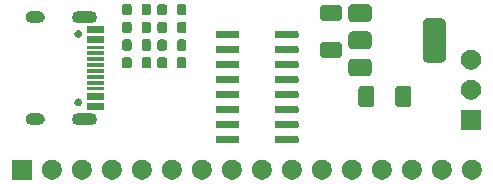
<source format=gts>
G04 #@! TF.GenerationSoftware,KiCad,Pcbnew,9.0.3*
G04 #@! TF.CreationDate,2025-08-03T15:24:15-04:00*
G04 #@! TF.ProjectId,CH32V003A4M6,43483332-5630-4303-9341-344d362e6b69,rev?*
G04 #@! TF.SameCoordinates,Original*
G04 #@! TF.FileFunction,Soldermask,Top*
G04 #@! TF.FilePolarity,Negative*
%FSLAX46Y46*%
G04 Gerber Fmt 4.6, Leading zero omitted, Abs format (unit mm)*
G04 Created by KiCad (PCBNEW 9.0.3) date 2025-08-03 15:24:15*
%MOMM*%
%LPD*%
G01*
G04 APERTURE LIST*
G04 APERTURE END LIST*
G36*
X129920000Y-129300000D02*
G01*
X128220000Y-129300000D01*
X128220000Y-127600000D01*
X129920000Y-127600000D01*
X129920000Y-129300000D01*
G37*
G36*
X131856742Y-127636601D02*
G01*
X132010687Y-127700367D01*
X132149234Y-127792941D01*
X132267059Y-127910766D01*
X132359633Y-128049313D01*
X132423399Y-128203258D01*
X132455907Y-128366685D01*
X132455907Y-128533315D01*
X132423399Y-128696742D01*
X132359633Y-128850687D01*
X132267059Y-128989234D01*
X132149234Y-129107059D01*
X132010687Y-129199633D01*
X131856742Y-129263399D01*
X131693315Y-129295907D01*
X131526685Y-129295907D01*
X131363258Y-129263399D01*
X131209313Y-129199633D01*
X131070766Y-129107059D01*
X130952941Y-128989234D01*
X130860367Y-128850687D01*
X130796601Y-128696742D01*
X130764093Y-128533315D01*
X130764093Y-128366685D01*
X130796601Y-128203258D01*
X130860367Y-128049313D01*
X130952941Y-127910766D01*
X131070766Y-127792941D01*
X131209313Y-127700367D01*
X131363258Y-127636601D01*
X131526685Y-127604093D01*
X131693315Y-127604093D01*
X131856742Y-127636601D01*
G37*
G36*
X134396742Y-127636601D02*
G01*
X134550687Y-127700367D01*
X134689234Y-127792941D01*
X134807059Y-127910766D01*
X134899633Y-128049313D01*
X134963399Y-128203258D01*
X134995907Y-128366685D01*
X134995907Y-128533315D01*
X134963399Y-128696742D01*
X134899633Y-128850687D01*
X134807059Y-128989234D01*
X134689234Y-129107059D01*
X134550687Y-129199633D01*
X134396742Y-129263399D01*
X134233315Y-129295907D01*
X134066685Y-129295907D01*
X133903258Y-129263399D01*
X133749313Y-129199633D01*
X133610766Y-129107059D01*
X133492941Y-128989234D01*
X133400367Y-128850687D01*
X133336601Y-128696742D01*
X133304093Y-128533315D01*
X133304093Y-128366685D01*
X133336601Y-128203258D01*
X133400367Y-128049313D01*
X133492941Y-127910766D01*
X133610766Y-127792941D01*
X133749313Y-127700367D01*
X133903258Y-127636601D01*
X134066685Y-127604093D01*
X134233315Y-127604093D01*
X134396742Y-127636601D01*
G37*
G36*
X136936742Y-127636601D02*
G01*
X137090687Y-127700367D01*
X137229234Y-127792941D01*
X137347059Y-127910766D01*
X137439633Y-128049313D01*
X137503399Y-128203258D01*
X137535907Y-128366685D01*
X137535907Y-128533315D01*
X137503399Y-128696742D01*
X137439633Y-128850687D01*
X137347059Y-128989234D01*
X137229234Y-129107059D01*
X137090687Y-129199633D01*
X136936742Y-129263399D01*
X136773315Y-129295907D01*
X136606685Y-129295907D01*
X136443258Y-129263399D01*
X136289313Y-129199633D01*
X136150766Y-129107059D01*
X136032941Y-128989234D01*
X135940367Y-128850687D01*
X135876601Y-128696742D01*
X135844093Y-128533315D01*
X135844093Y-128366685D01*
X135876601Y-128203258D01*
X135940367Y-128049313D01*
X136032941Y-127910766D01*
X136150766Y-127792941D01*
X136289313Y-127700367D01*
X136443258Y-127636601D01*
X136606685Y-127604093D01*
X136773315Y-127604093D01*
X136936742Y-127636601D01*
G37*
G36*
X139476742Y-127636601D02*
G01*
X139630687Y-127700367D01*
X139769234Y-127792941D01*
X139887059Y-127910766D01*
X139979633Y-128049313D01*
X140043399Y-128203258D01*
X140075907Y-128366685D01*
X140075907Y-128533315D01*
X140043399Y-128696742D01*
X139979633Y-128850687D01*
X139887059Y-128989234D01*
X139769234Y-129107059D01*
X139630687Y-129199633D01*
X139476742Y-129263399D01*
X139313315Y-129295907D01*
X139146685Y-129295907D01*
X138983258Y-129263399D01*
X138829313Y-129199633D01*
X138690766Y-129107059D01*
X138572941Y-128989234D01*
X138480367Y-128850687D01*
X138416601Y-128696742D01*
X138384093Y-128533315D01*
X138384093Y-128366685D01*
X138416601Y-128203258D01*
X138480367Y-128049313D01*
X138572941Y-127910766D01*
X138690766Y-127792941D01*
X138829313Y-127700367D01*
X138983258Y-127636601D01*
X139146685Y-127604093D01*
X139313315Y-127604093D01*
X139476742Y-127636601D01*
G37*
G36*
X142016742Y-127636601D02*
G01*
X142170687Y-127700367D01*
X142309234Y-127792941D01*
X142427059Y-127910766D01*
X142519633Y-128049313D01*
X142583399Y-128203258D01*
X142615907Y-128366685D01*
X142615907Y-128533315D01*
X142583399Y-128696742D01*
X142519633Y-128850687D01*
X142427059Y-128989234D01*
X142309234Y-129107059D01*
X142170687Y-129199633D01*
X142016742Y-129263399D01*
X141853315Y-129295907D01*
X141686685Y-129295907D01*
X141523258Y-129263399D01*
X141369313Y-129199633D01*
X141230766Y-129107059D01*
X141112941Y-128989234D01*
X141020367Y-128850687D01*
X140956601Y-128696742D01*
X140924093Y-128533315D01*
X140924093Y-128366685D01*
X140956601Y-128203258D01*
X141020367Y-128049313D01*
X141112941Y-127910766D01*
X141230766Y-127792941D01*
X141369313Y-127700367D01*
X141523258Y-127636601D01*
X141686685Y-127604093D01*
X141853315Y-127604093D01*
X142016742Y-127636601D01*
G37*
G36*
X144556742Y-127636601D02*
G01*
X144710687Y-127700367D01*
X144849234Y-127792941D01*
X144967059Y-127910766D01*
X145059633Y-128049313D01*
X145123399Y-128203258D01*
X145155907Y-128366685D01*
X145155907Y-128533315D01*
X145123399Y-128696742D01*
X145059633Y-128850687D01*
X144967059Y-128989234D01*
X144849234Y-129107059D01*
X144710687Y-129199633D01*
X144556742Y-129263399D01*
X144393315Y-129295907D01*
X144226685Y-129295907D01*
X144063258Y-129263399D01*
X143909313Y-129199633D01*
X143770766Y-129107059D01*
X143652941Y-128989234D01*
X143560367Y-128850687D01*
X143496601Y-128696742D01*
X143464093Y-128533315D01*
X143464093Y-128366685D01*
X143496601Y-128203258D01*
X143560367Y-128049313D01*
X143652941Y-127910766D01*
X143770766Y-127792941D01*
X143909313Y-127700367D01*
X144063258Y-127636601D01*
X144226685Y-127604093D01*
X144393315Y-127604093D01*
X144556742Y-127636601D01*
G37*
G36*
X147096742Y-127636601D02*
G01*
X147250687Y-127700367D01*
X147389234Y-127792941D01*
X147507059Y-127910766D01*
X147599633Y-128049313D01*
X147663399Y-128203258D01*
X147695907Y-128366685D01*
X147695907Y-128533315D01*
X147663399Y-128696742D01*
X147599633Y-128850687D01*
X147507059Y-128989234D01*
X147389234Y-129107059D01*
X147250687Y-129199633D01*
X147096742Y-129263399D01*
X146933315Y-129295907D01*
X146766685Y-129295907D01*
X146603258Y-129263399D01*
X146449313Y-129199633D01*
X146310766Y-129107059D01*
X146192941Y-128989234D01*
X146100367Y-128850687D01*
X146036601Y-128696742D01*
X146004093Y-128533315D01*
X146004093Y-128366685D01*
X146036601Y-128203258D01*
X146100367Y-128049313D01*
X146192941Y-127910766D01*
X146310766Y-127792941D01*
X146449313Y-127700367D01*
X146603258Y-127636601D01*
X146766685Y-127604093D01*
X146933315Y-127604093D01*
X147096742Y-127636601D01*
G37*
G36*
X149636742Y-127636601D02*
G01*
X149790687Y-127700367D01*
X149929234Y-127792941D01*
X150047059Y-127910766D01*
X150139633Y-128049313D01*
X150203399Y-128203258D01*
X150235907Y-128366685D01*
X150235907Y-128533315D01*
X150203399Y-128696742D01*
X150139633Y-128850687D01*
X150047059Y-128989234D01*
X149929234Y-129107059D01*
X149790687Y-129199633D01*
X149636742Y-129263399D01*
X149473315Y-129295907D01*
X149306685Y-129295907D01*
X149143258Y-129263399D01*
X148989313Y-129199633D01*
X148850766Y-129107059D01*
X148732941Y-128989234D01*
X148640367Y-128850687D01*
X148576601Y-128696742D01*
X148544093Y-128533315D01*
X148544093Y-128366685D01*
X148576601Y-128203258D01*
X148640367Y-128049313D01*
X148732941Y-127910766D01*
X148850766Y-127792941D01*
X148989313Y-127700367D01*
X149143258Y-127636601D01*
X149306685Y-127604093D01*
X149473315Y-127604093D01*
X149636742Y-127636601D01*
G37*
G36*
X152176742Y-127636601D02*
G01*
X152330687Y-127700367D01*
X152469234Y-127792941D01*
X152587059Y-127910766D01*
X152679633Y-128049313D01*
X152743399Y-128203258D01*
X152775907Y-128366685D01*
X152775907Y-128533315D01*
X152743399Y-128696742D01*
X152679633Y-128850687D01*
X152587059Y-128989234D01*
X152469234Y-129107059D01*
X152330687Y-129199633D01*
X152176742Y-129263399D01*
X152013315Y-129295907D01*
X151846685Y-129295907D01*
X151683258Y-129263399D01*
X151529313Y-129199633D01*
X151390766Y-129107059D01*
X151272941Y-128989234D01*
X151180367Y-128850687D01*
X151116601Y-128696742D01*
X151084093Y-128533315D01*
X151084093Y-128366685D01*
X151116601Y-128203258D01*
X151180367Y-128049313D01*
X151272941Y-127910766D01*
X151390766Y-127792941D01*
X151529313Y-127700367D01*
X151683258Y-127636601D01*
X151846685Y-127604093D01*
X152013315Y-127604093D01*
X152176742Y-127636601D01*
G37*
G36*
X154716742Y-127636601D02*
G01*
X154870687Y-127700367D01*
X155009234Y-127792941D01*
X155127059Y-127910766D01*
X155219633Y-128049313D01*
X155283399Y-128203258D01*
X155315907Y-128366685D01*
X155315907Y-128533315D01*
X155283399Y-128696742D01*
X155219633Y-128850687D01*
X155127059Y-128989234D01*
X155009234Y-129107059D01*
X154870687Y-129199633D01*
X154716742Y-129263399D01*
X154553315Y-129295907D01*
X154386685Y-129295907D01*
X154223258Y-129263399D01*
X154069313Y-129199633D01*
X153930766Y-129107059D01*
X153812941Y-128989234D01*
X153720367Y-128850687D01*
X153656601Y-128696742D01*
X153624093Y-128533315D01*
X153624093Y-128366685D01*
X153656601Y-128203258D01*
X153720367Y-128049313D01*
X153812941Y-127910766D01*
X153930766Y-127792941D01*
X154069313Y-127700367D01*
X154223258Y-127636601D01*
X154386685Y-127604093D01*
X154553315Y-127604093D01*
X154716742Y-127636601D01*
G37*
G36*
X157256742Y-127636601D02*
G01*
X157410687Y-127700367D01*
X157549234Y-127792941D01*
X157667059Y-127910766D01*
X157759633Y-128049313D01*
X157823399Y-128203258D01*
X157855907Y-128366685D01*
X157855907Y-128533315D01*
X157823399Y-128696742D01*
X157759633Y-128850687D01*
X157667059Y-128989234D01*
X157549234Y-129107059D01*
X157410687Y-129199633D01*
X157256742Y-129263399D01*
X157093315Y-129295907D01*
X156926685Y-129295907D01*
X156763258Y-129263399D01*
X156609313Y-129199633D01*
X156470766Y-129107059D01*
X156352941Y-128989234D01*
X156260367Y-128850687D01*
X156196601Y-128696742D01*
X156164093Y-128533315D01*
X156164093Y-128366685D01*
X156196601Y-128203258D01*
X156260367Y-128049313D01*
X156352941Y-127910766D01*
X156470766Y-127792941D01*
X156609313Y-127700367D01*
X156763258Y-127636601D01*
X156926685Y-127604093D01*
X157093315Y-127604093D01*
X157256742Y-127636601D01*
G37*
G36*
X159796742Y-127636601D02*
G01*
X159950687Y-127700367D01*
X160089234Y-127792941D01*
X160207059Y-127910766D01*
X160299633Y-128049313D01*
X160363399Y-128203258D01*
X160395907Y-128366685D01*
X160395907Y-128533315D01*
X160363399Y-128696742D01*
X160299633Y-128850687D01*
X160207059Y-128989234D01*
X160089234Y-129107059D01*
X159950687Y-129199633D01*
X159796742Y-129263399D01*
X159633315Y-129295907D01*
X159466685Y-129295907D01*
X159303258Y-129263399D01*
X159149313Y-129199633D01*
X159010766Y-129107059D01*
X158892941Y-128989234D01*
X158800367Y-128850687D01*
X158736601Y-128696742D01*
X158704093Y-128533315D01*
X158704093Y-128366685D01*
X158736601Y-128203258D01*
X158800367Y-128049313D01*
X158892941Y-127910766D01*
X159010766Y-127792941D01*
X159149313Y-127700367D01*
X159303258Y-127636601D01*
X159466685Y-127604093D01*
X159633315Y-127604093D01*
X159796742Y-127636601D01*
G37*
G36*
X162336742Y-127636601D02*
G01*
X162490687Y-127700367D01*
X162629234Y-127792941D01*
X162747059Y-127910766D01*
X162839633Y-128049313D01*
X162903399Y-128203258D01*
X162935907Y-128366685D01*
X162935907Y-128533315D01*
X162903399Y-128696742D01*
X162839633Y-128850687D01*
X162747059Y-128989234D01*
X162629234Y-129107059D01*
X162490687Y-129199633D01*
X162336742Y-129263399D01*
X162173315Y-129295907D01*
X162006685Y-129295907D01*
X161843258Y-129263399D01*
X161689313Y-129199633D01*
X161550766Y-129107059D01*
X161432941Y-128989234D01*
X161340367Y-128850687D01*
X161276601Y-128696742D01*
X161244093Y-128533315D01*
X161244093Y-128366685D01*
X161276601Y-128203258D01*
X161340367Y-128049313D01*
X161432941Y-127910766D01*
X161550766Y-127792941D01*
X161689313Y-127700367D01*
X161843258Y-127636601D01*
X162006685Y-127604093D01*
X162173315Y-127604093D01*
X162336742Y-127636601D01*
G37*
G36*
X164876742Y-127636601D02*
G01*
X165030687Y-127700367D01*
X165169234Y-127792941D01*
X165287059Y-127910766D01*
X165379633Y-128049313D01*
X165443399Y-128203258D01*
X165475907Y-128366685D01*
X165475907Y-128533315D01*
X165443399Y-128696742D01*
X165379633Y-128850687D01*
X165287059Y-128989234D01*
X165169234Y-129107059D01*
X165030687Y-129199633D01*
X164876742Y-129263399D01*
X164713315Y-129295907D01*
X164546685Y-129295907D01*
X164383258Y-129263399D01*
X164229313Y-129199633D01*
X164090766Y-129107059D01*
X163972941Y-128989234D01*
X163880367Y-128850687D01*
X163816601Y-128696742D01*
X163784093Y-128533315D01*
X163784093Y-128366685D01*
X163816601Y-128203258D01*
X163880367Y-128049313D01*
X163972941Y-127910766D01*
X164090766Y-127792941D01*
X164229313Y-127700367D01*
X164383258Y-127636601D01*
X164546685Y-127604093D01*
X164713315Y-127604093D01*
X164876742Y-127636601D01*
G37*
G36*
X167416742Y-127636601D02*
G01*
X167570687Y-127700367D01*
X167709234Y-127792941D01*
X167827059Y-127910766D01*
X167919633Y-128049313D01*
X167983399Y-128203258D01*
X168015907Y-128366685D01*
X168015907Y-128533315D01*
X167983399Y-128696742D01*
X167919633Y-128850687D01*
X167827059Y-128989234D01*
X167709234Y-129107059D01*
X167570687Y-129199633D01*
X167416742Y-129263399D01*
X167253315Y-129295907D01*
X167086685Y-129295907D01*
X166923258Y-129263399D01*
X166769313Y-129199633D01*
X166630766Y-129107059D01*
X166512941Y-128989234D01*
X166420367Y-128850687D01*
X166356601Y-128696742D01*
X166324093Y-128533315D01*
X166324093Y-128366685D01*
X166356601Y-128203258D01*
X166420367Y-128049313D01*
X166512941Y-127910766D01*
X166630766Y-127792941D01*
X166769313Y-127700367D01*
X166923258Y-127636601D01*
X167086685Y-127604093D01*
X167253315Y-127604093D01*
X167416742Y-127636601D01*
G37*
G36*
X147407403Y-125606418D02*
G01*
X147456066Y-125638934D01*
X147488582Y-125687597D01*
X147500000Y-125745000D01*
X147500000Y-126045000D01*
X147488582Y-126102403D01*
X147456066Y-126151066D01*
X147407403Y-126183582D01*
X147350000Y-126195000D01*
X145650000Y-126195000D01*
X145592597Y-126183582D01*
X145543934Y-126151066D01*
X145511418Y-126102403D01*
X145500000Y-126045000D01*
X145500000Y-125745000D01*
X145511418Y-125687597D01*
X145543934Y-125638934D01*
X145592597Y-125606418D01*
X145650000Y-125595000D01*
X147350000Y-125595000D01*
X147407403Y-125606418D01*
G37*
G36*
X152407403Y-125606418D02*
G01*
X152456066Y-125638934D01*
X152488582Y-125687597D01*
X152500000Y-125745000D01*
X152500000Y-126045000D01*
X152488582Y-126102403D01*
X152456066Y-126151066D01*
X152407403Y-126183582D01*
X152350000Y-126195000D01*
X150650000Y-126195000D01*
X150592597Y-126183582D01*
X150543934Y-126151066D01*
X150511418Y-126102403D01*
X150500000Y-126045000D01*
X150500000Y-125745000D01*
X150511418Y-125687597D01*
X150543934Y-125638934D01*
X150592597Y-125606418D01*
X150650000Y-125595000D01*
X152350000Y-125595000D01*
X152407403Y-125606418D01*
G37*
G36*
X167950000Y-125075000D02*
G01*
X166250000Y-125075000D01*
X166250000Y-123375000D01*
X167950000Y-123375000D01*
X167950000Y-125075000D01*
G37*
G36*
X147407403Y-124336418D02*
G01*
X147456066Y-124368934D01*
X147488582Y-124417597D01*
X147500000Y-124475000D01*
X147500000Y-124775000D01*
X147488582Y-124832403D01*
X147456066Y-124881066D01*
X147407403Y-124913582D01*
X147350000Y-124925000D01*
X145650000Y-124925000D01*
X145592597Y-124913582D01*
X145543934Y-124881066D01*
X145511418Y-124832403D01*
X145500000Y-124775000D01*
X145500000Y-124475000D01*
X145511418Y-124417597D01*
X145543934Y-124368934D01*
X145592597Y-124336418D01*
X145650000Y-124325000D01*
X147350000Y-124325000D01*
X147407403Y-124336418D01*
G37*
G36*
X152407403Y-124336418D02*
G01*
X152456066Y-124368934D01*
X152488582Y-124417597D01*
X152500000Y-124475000D01*
X152500000Y-124775000D01*
X152488582Y-124832403D01*
X152456066Y-124881066D01*
X152407403Y-124913582D01*
X152350000Y-124925000D01*
X150650000Y-124925000D01*
X150592597Y-124913582D01*
X150543934Y-124881066D01*
X150511418Y-124832403D01*
X150500000Y-124775000D01*
X150500000Y-124475000D01*
X150511418Y-124417597D01*
X150543934Y-124368934D01*
X150592597Y-124336418D01*
X150650000Y-124325000D01*
X152350000Y-124325000D01*
X152407403Y-124336418D01*
G37*
G36*
X130565263Y-123674278D02*
G01*
X130691342Y-123708060D01*
X130804381Y-123773323D01*
X130896677Y-123865619D01*
X130961940Y-123978658D01*
X130995722Y-124104737D01*
X130995722Y-124235263D01*
X130961940Y-124361342D01*
X130896677Y-124474381D01*
X130804381Y-124566677D01*
X130691342Y-124631940D01*
X130565263Y-124665722D01*
X130500000Y-124670000D01*
X130498029Y-124670000D01*
X129901971Y-124670000D01*
X129900000Y-124670000D01*
X129834737Y-124665722D01*
X129708658Y-124631940D01*
X129595619Y-124566677D01*
X129503323Y-124474381D01*
X129438060Y-124361342D01*
X129404278Y-124235263D01*
X129404278Y-124104737D01*
X129438060Y-123978658D01*
X129503323Y-123865619D01*
X129595619Y-123773323D01*
X129708658Y-123708060D01*
X129834737Y-123674278D01*
X129900000Y-123670000D01*
X130500000Y-123670000D01*
X130565263Y-123674278D01*
G37*
G36*
X134995263Y-123674278D02*
G01*
X135121342Y-123708060D01*
X135234381Y-123773323D01*
X135326677Y-123865619D01*
X135391940Y-123978658D01*
X135425722Y-124104737D01*
X135425722Y-124235263D01*
X135391940Y-124361342D01*
X135326677Y-124474381D01*
X135234381Y-124566677D01*
X135121342Y-124631940D01*
X134995263Y-124665722D01*
X134930000Y-124670000D01*
X134928029Y-124670000D01*
X133831971Y-124670000D01*
X133830000Y-124670000D01*
X133764737Y-124665722D01*
X133638658Y-124631940D01*
X133525619Y-124566677D01*
X133433323Y-124474381D01*
X133368060Y-124361342D01*
X133334278Y-124235263D01*
X133334278Y-124104737D01*
X133368060Y-123978658D01*
X133433323Y-123865619D01*
X133525619Y-123773323D01*
X133638658Y-123708060D01*
X133764737Y-123674278D01*
X133830000Y-123670000D01*
X134930000Y-123670000D01*
X134995263Y-123674278D01*
G37*
G36*
X147407403Y-123066418D02*
G01*
X147456066Y-123098934D01*
X147488582Y-123147597D01*
X147500000Y-123205000D01*
X147500000Y-123505000D01*
X147488582Y-123562403D01*
X147456066Y-123611066D01*
X147407403Y-123643582D01*
X147350000Y-123655000D01*
X145650000Y-123655000D01*
X145592597Y-123643582D01*
X145543934Y-123611066D01*
X145511418Y-123562403D01*
X145500000Y-123505000D01*
X145500000Y-123205000D01*
X145511418Y-123147597D01*
X145543934Y-123098934D01*
X145592597Y-123066418D01*
X145650000Y-123055000D01*
X147350000Y-123055000D01*
X147407403Y-123066418D01*
G37*
G36*
X152407403Y-123066418D02*
G01*
X152456066Y-123098934D01*
X152488582Y-123147597D01*
X152500000Y-123205000D01*
X152500000Y-123505000D01*
X152488582Y-123562403D01*
X152456066Y-123611066D01*
X152407403Y-123643582D01*
X152350000Y-123655000D01*
X150650000Y-123655000D01*
X150592597Y-123643582D01*
X150543934Y-123611066D01*
X150511418Y-123562403D01*
X150500000Y-123505000D01*
X150500000Y-123205000D01*
X150511418Y-123147597D01*
X150543934Y-123098934D01*
X150592597Y-123066418D01*
X150650000Y-123055000D01*
X152350000Y-123055000D01*
X152407403Y-123066418D01*
G37*
G36*
X136020000Y-123400000D02*
G01*
X134570000Y-123400000D01*
X134570000Y-122800000D01*
X136020000Y-122800000D01*
X136020000Y-123400000D01*
G37*
G36*
X158654850Y-121350964D02*
G01*
X158705040Y-121356787D01*
X158722189Y-121364359D01*
X158745671Y-121369030D01*
X158770810Y-121385827D01*
X158790696Y-121394608D01*
X158804277Y-121408189D01*
X158826777Y-121423223D01*
X158841810Y-121445722D01*
X158855391Y-121459303D01*
X158864170Y-121479186D01*
X158880970Y-121504329D01*
X158885641Y-121527812D01*
X158893212Y-121544959D01*
X158899033Y-121595139D01*
X158900000Y-121600000D01*
X158900000Y-122900000D01*
X158899032Y-122904863D01*
X158893212Y-122955040D01*
X158885641Y-122972185D01*
X158880970Y-122995671D01*
X158864169Y-123020815D01*
X158855391Y-123040696D01*
X158841812Y-123054274D01*
X158826777Y-123076777D01*
X158804274Y-123091812D01*
X158790696Y-123105391D01*
X158770815Y-123114169D01*
X158745671Y-123130970D01*
X158722185Y-123135641D01*
X158705040Y-123143212D01*
X158654861Y-123149032D01*
X158650000Y-123150000D01*
X157825000Y-123150000D01*
X157820138Y-123149032D01*
X157769959Y-123143212D01*
X157752812Y-123135641D01*
X157729329Y-123130970D01*
X157704186Y-123114170D01*
X157684303Y-123105391D01*
X157670722Y-123091810D01*
X157648223Y-123076777D01*
X157633189Y-123054277D01*
X157619608Y-123040696D01*
X157610827Y-123020810D01*
X157594030Y-122995671D01*
X157589359Y-122972189D01*
X157581787Y-122955040D01*
X157575964Y-122904849D01*
X157575000Y-122900000D01*
X157575000Y-121600000D01*
X157575964Y-121595150D01*
X157581787Y-121544959D01*
X157589359Y-121527808D01*
X157594030Y-121504329D01*
X157610826Y-121479191D01*
X157619608Y-121459303D01*
X157633191Y-121445719D01*
X157648223Y-121423223D01*
X157670719Y-121408191D01*
X157684303Y-121394608D01*
X157704191Y-121385826D01*
X157729329Y-121369030D01*
X157752808Y-121364359D01*
X157769959Y-121356787D01*
X157820151Y-121350964D01*
X157825000Y-121350000D01*
X158650000Y-121350000D01*
X158654850Y-121350964D01*
G37*
G36*
X161779850Y-121350964D02*
G01*
X161830040Y-121356787D01*
X161847189Y-121364359D01*
X161870671Y-121369030D01*
X161895810Y-121385827D01*
X161915696Y-121394608D01*
X161929277Y-121408189D01*
X161951777Y-121423223D01*
X161966810Y-121445722D01*
X161980391Y-121459303D01*
X161989170Y-121479186D01*
X162005970Y-121504329D01*
X162010641Y-121527812D01*
X162018212Y-121544959D01*
X162024033Y-121595139D01*
X162025000Y-121600000D01*
X162025000Y-122900000D01*
X162024032Y-122904863D01*
X162018212Y-122955040D01*
X162010641Y-122972185D01*
X162005970Y-122995671D01*
X161989169Y-123020815D01*
X161980391Y-123040696D01*
X161966812Y-123054274D01*
X161951777Y-123076777D01*
X161929274Y-123091812D01*
X161915696Y-123105391D01*
X161895815Y-123114169D01*
X161870671Y-123130970D01*
X161847185Y-123135641D01*
X161830040Y-123143212D01*
X161779861Y-123149032D01*
X161775000Y-123150000D01*
X160950000Y-123150000D01*
X160945138Y-123149032D01*
X160894959Y-123143212D01*
X160877812Y-123135641D01*
X160854329Y-123130970D01*
X160829186Y-123114170D01*
X160809303Y-123105391D01*
X160795722Y-123091810D01*
X160773223Y-123076777D01*
X160758189Y-123054277D01*
X160744608Y-123040696D01*
X160735827Y-123020810D01*
X160719030Y-122995671D01*
X160714359Y-122972189D01*
X160706787Y-122955040D01*
X160700964Y-122904849D01*
X160700000Y-122900000D01*
X160700000Y-121600000D01*
X160700964Y-121595150D01*
X160706787Y-121544959D01*
X160714359Y-121527808D01*
X160719030Y-121504329D01*
X160735826Y-121479191D01*
X160744608Y-121459303D01*
X160758191Y-121445719D01*
X160773223Y-121423223D01*
X160795719Y-121408191D01*
X160809303Y-121394608D01*
X160829191Y-121385826D01*
X160854329Y-121369030D01*
X160877808Y-121364359D01*
X160894959Y-121356787D01*
X160945151Y-121350964D01*
X160950000Y-121350000D01*
X161775000Y-121350000D01*
X161779850Y-121350964D01*
G37*
G36*
X133974372Y-122439739D02*
G01*
X134047847Y-122482160D01*
X134107840Y-122542153D01*
X134150261Y-122615628D01*
X134172220Y-122697579D01*
X134172220Y-122782421D01*
X134150261Y-122864372D01*
X134107840Y-122937847D01*
X134047847Y-122997840D01*
X133974372Y-123040261D01*
X133892421Y-123062220D01*
X133807579Y-123062220D01*
X133725628Y-123040261D01*
X133652153Y-122997840D01*
X133592160Y-122937847D01*
X133549739Y-122864372D01*
X133527780Y-122782421D01*
X133527780Y-122697579D01*
X133549739Y-122615628D01*
X133592160Y-122542153D01*
X133652153Y-122482160D01*
X133725628Y-122439739D01*
X133807579Y-122417780D01*
X133892421Y-122417780D01*
X133974372Y-122439739D01*
G37*
G36*
X136020000Y-122600000D02*
G01*
X134570000Y-122600000D01*
X134570000Y-122000000D01*
X136020000Y-122000000D01*
X136020000Y-122600000D01*
G37*
G36*
X167346742Y-120871601D02*
G01*
X167500687Y-120935367D01*
X167639234Y-121027941D01*
X167757059Y-121145766D01*
X167849633Y-121284313D01*
X167913399Y-121438258D01*
X167945907Y-121601685D01*
X167945907Y-121768315D01*
X167913399Y-121931742D01*
X167849633Y-122085687D01*
X167757059Y-122224234D01*
X167639234Y-122342059D01*
X167500687Y-122434633D01*
X167346742Y-122498399D01*
X167183315Y-122530907D01*
X167016685Y-122530907D01*
X166853258Y-122498399D01*
X166699313Y-122434633D01*
X166560766Y-122342059D01*
X166442941Y-122224234D01*
X166350367Y-122085687D01*
X166286601Y-121931742D01*
X166254093Y-121768315D01*
X166254093Y-121601685D01*
X166286601Y-121438258D01*
X166350367Y-121284313D01*
X166442941Y-121145766D01*
X166560766Y-121027941D01*
X166699313Y-120935367D01*
X166853258Y-120871601D01*
X167016685Y-120839093D01*
X167183315Y-120839093D01*
X167346742Y-120871601D01*
G37*
G36*
X147407403Y-121796418D02*
G01*
X147456066Y-121828934D01*
X147488582Y-121877597D01*
X147500000Y-121935000D01*
X147500000Y-122235000D01*
X147488582Y-122292403D01*
X147456066Y-122341066D01*
X147407403Y-122373582D01*
X147350000Y-122385000D01*
X145650000Y-122385000D01*
X145592597Y-122373582D01*
X145543934Y-122341066D01*
X145511418Y-122292403D01*
X145500000Y-122235000D01*
X145500000Y-121935000D01*
X145511418Y-121877597D01*
X145543934Y-121828934D01*
X145592597Y-121796418D01*
X145650000Y-121785000D01*
X147350000Y-121785000D01*
X147407403Y-121796418D01*
G37*
G36*
X152407403Y-121796418D02*
G01*
X152456066Y-121828934D01*
X152488582Y-121877597D01*
X152500000Y-121935000D01*
X152500000Y-122235000D01*
X152488582Y-122292403D01*
X152456066Y-122341066D01*
X152407403Y-122373582D01*
X152350000Y-122385000D01*
X150650000Y-122385000D01*
X150592597Y-122373582D01*
X150543934Y-122341066D01*
X150511418Y-122292403D01*
X150500000Y-122235000D01*
X150500000Y-121935000D01*
X150511418Y-121877597D01*
X150543934Y-121828934D01*
X150592597Y-121796418D01*
X150650000Y-121785000D01*
X152350000Y-121785000D01*
X152407403Y-121796418D01*
G37*
G36*
X136020000Y-121750000D02*
G01*
X134570000Y-121750000D01*
X134570000Y-121450000D01*
X136020000Y-121450000D01*
X136020000Y-121750000D01*
G37*
G36*
X136020000Y-121250000D02*
G01*
X134570000Y-121250000D01*
X134570000Y-120950000D01*
X136020000Y-120950000D01*
X136020000Y-121250000D01*
G37*
G36*
X147407403Y-120526418D02*
G01*
X147456066Y-120558934D01*
X147488582Y-120607597D01*
X147500000Y-120665000D01*
X147500000Y-120965000D01*
X147488582Y-121022403D01*
X147456066Y-121071066D01*
X147407403Y-121103582D01*
X147350000Y-121115000D01*
X145650000Y-121115000D01*
X145592597Y-121103582D01*
X145543934Y-121071066D01*
X145511418Y-121022403D01*
X145500000Y-120965000D01*
X145500000Y-120665000D01*
X145511418Y-120607597D01*
X145543934Y-120558934D01*
X145592597Y-120526418D01*
X145650000Y-120515000D01*
X147350000Y-120515000D01*
X147407403Y-120526418D01*
G37*
G36*
X152407403Y-120526418D02*
G01*
X152456066Y-120558934D01*
X152488582Y-120607597D01*
X152500000Y-120665000D01*
X152500000Y-120965000D01*
X152488582Y-121022403D01*
X152456066Y-121071066D01*
X152407403Y-121103582D01*
X152350000Y-121115000D01*
X150650000Y-121115000D01*
X150592597Y-121103582D01*
X150543934Y-121071066D01*
X150511418Y-121022403D01*
X150500000Y-120965000D01*
X150500000Y-120665000D01*
X150511418Y-120607597D01*
X150543934Y-120558934D01*
X150592597Y-120526418D01*
X150650000Y-120515000D01*
X152350000Y-120515000D01*
X152407403Y-120526418D01*
G37*
G36*
X136020000Y-120750000D02*
G01*
X134570000Y-120750000D01*
X134570000Y-120450000D01*
X136020000Y-120450000D01*
X136020000Y-120750000D01*
G37*
G36*
X158330071Y-119050738D02*
G01*
X158392973Y-119056637D01*
X158408968Y-119062234D01*
X158432001Y-119065590D01*
X158465852Y-119082139D01*
X158499909Y-119094056D01*
X158518902Y-119108073D01*
X158542904Y-119119807D01*
X158565730Y-119142633D01*
X158589686Y-119160313D01*
X158607365Y-119184268D01*
X158630193Y-119207096D01*
X158641927Y-119231099D01*
X158655943Y-119250090D01*
X158667858Y-119284142D01*
X158684410Y-119317999D01*
X158687766Y-119341034D01*
X158693362Y-119357026D01*
X158699258Y-119419912D01*
X158700000Y-119425000D01*
X158700000Y-120175000D01*
X158699258Y-120180091D01*
X158693362Y-120242973D01*
X158687766Y-120258963D01*
X158684410Y-120282001D01*
X158667857Y-120315859D01*
X158655943Y-120349909D01*
X158641928Y-120368898D01*
X158630193Y-120392904D01*
X158607362Y-120415734D01*
X158589686Y-120439686D01*
X158565734Y-120457362D01*
X158542904Y-120480193D01*
X158518898Y-120491928D01*
X158499909Y-120505943D01*
X158465859Y-120517857D01*
X158432001Y-120534410D01*
X158408963Y-120537766D01*
X158392973Y-120543362D01*
X158330089Y-120549258D01*
X158325000Y-120550000D01*
X157075000Y-120550000D01*
X157069910Y-120549258D01*
X157007026Y-120543362D01*
X156991034Y-120537766D01*
X156967999Y-120534410D01*
X156934142Y-120517858D01*
X156900090Y-120505943D01*
X156881099Y-120491927D01*
X156857096Y-120480193D01*
X156834268Y-120457365D01*
X156810313Y-120439686D01*
X156792633Y-120415730D01*
X156769807Y-120392904D01*
X156758073Y-120368902D01*
X156744056Y-120349909D01*
X156732139Y-120315852D01*
X156715590Y-120282001D01*
X156712234Y-120258968D01*
X156706637Y-120242973D01*
X156700738Y-120180070D01*
X156700000Y-120175000D01*
X156700000Y-119425000D01*
X156700738Y-119419930D01*
X156706637Y-119357026D01*
X156712234Y-119341029D01*
X156715590Y-119317999D01*
X156732137Y-119284149D01*
X156744056Y-119250090D01*
X156758074Y-119231095D01*
X156769807Y-119207096D01*
X156792630Y-119184272D01*
X156810313Y-119160313D01*
X156834272Y-119142630D01*
X156857096Y-119119807D01*
X156881095Y-119108074D01*
X156900090Y-119094056D01*
X156934149Y-119082137D01*
X156967999Y-119065590D01*
X156991029Y-119062234D01*
X157007026Y-119056637D01*
X157069931Y-119050738D01*
X157075000Y-119050000D01*
X158325000Y-119050000D01*
X158330071Y-119050738D01*
G37*
G36*
X136020000Y-120250000D02*
G01*
X134570000Y-120250000D01*
X134570000Y-119950000D01*
X136020000Y-119950000D01*
X136020000Y-120250000D01*
G37*
G36*
X167346742Y-118331601D02*
G01*
X167500687Y-118395367D01*
X167639234Y-118487941D01*
X167757059Y-118605766D01*
X167849633Y-118744313D01*
X167913399Y-118898258D01*
X167945907Y-119061685D01*
X167945907Y-119228315D01*
X167913399Y-119391742D01*
X167849633Y-119545687D01*
X167757059Y-119684234D01*
X167639234Y-119802059D01*
X167500687Y-119894633D01*
X167346742Y-119958399D01*
X167183315Y-119990907D01*
X167016685Y-119990907D01*
X166853258Y-119958399D01*
X166699313Y-119894633D01*
X166560766Y-119802059D01*
X166442941Y-119684234D01*
X166350367Y-119545687D01*
X166286601Y-119391742D01*
X166254093Y-119228315D01*
X166254093Y-119061685D01*
X166286601Y-118898258D01*
X166350367Y-118744313D01*
X166442941Y-118605766D01*
X166560766Y-118487941D01*
X166699313Y-118395367D01*
X166853258Y-118331601D01*
X167016685Y-118299093D01*
X167183315Y-118299093D01*
X167346742Y-118331601D01*
G37*
G36*
X141226537Y-118938256D02*
G01*
X141291421Y-118981611D01*
X141334776Y-119046495D01*
X141350000Y-119123032D01*
X141350000Y-119673032D01*
X141334776Y-119749569D01*
X141291421Y-119814453D01*
X141226537Y-119857808D01*
X141150000Y-119873032D01*
X140750000Y-119873032D01*
X140673463Y-119857808D01*
X140608579Y-119814453D01*
X140565224Y-119749569D01*
X140550000Y-119673032D01*
X140550000Y-119123032D01*
X140565224Y-119046495D01*
X140608579Y-118981611D01*
X140673463Y-118938256D01*
X140750000Y-118923032D01*
X141150000Y-118923032D01*
X141226537Y-118938256D01*
G37*
G36*
X142876537Y-118938256D02*
G01*
X142941421Y-118981611D01*
X142984776Y-119046495D01*
X143000000Y-119123032D01*
X143000000Y-119673032D01*
X142984776Y-119749569D01*
X142941421Y-119814453D01*
X142876537Y-119857808D01*
X142800000Y-119873032D01*
X142400000Y-119873032D01*
X142323463Y-119857808D01*
X142258579Y-119814453D01*
X142215224Y-119749569D01*
X142200000Y-119673032D01*
X142200000Y-119123032D01*
X142215224Y-119046495D01*
X142258579Y-118981611D01*
X142323463Y-118938256D01*
X142400000Y-118923032D01*
X142800000Y-118923032D01*
X142876537Y-118938256D01*
G37*
G36*
X138245470Y-118938255D02*
G01*
X138310354Y-118981610D01*
X138353709Y-119046494D01*
X138368933Y-119123031D01*
X138368933Y-119673031D01*
X138353709Y-119749568D01*
X138310354Y-119814452D01*
X138245470Y-119857807D01*
X138168933Y-119873031D01*
X137768933Y-119873031D01*
X137692396Y-119857807D01*
X137627512Y-119814452D01*
X137584157Y-119749568D01*
X137568933Y-119673031D01*
X137568933Y-119123031D01*
X137584157Y-119046494D01*
X137627512Y-118981610D01*
X137692396Y-118938255D01*
X137768933Y-118923031D01*
X138168933Y-118923031D01*
X138245470Y-118938255D01*
G37*
G36*
X139895470Y-118938255D02*
G01*
X139960354Y-118981610D01*
X140003709Y-119046494D01*
X140018933Y-119123031D01*
X140018933Y-119673031D01*
X140003709Y-119749568D01*
X139960354Y-119814452D01*
X139895470Y-119857807D01*
X139818933Y-119873031D01*
X139418933Y-119873031D01*
X139342396Y-119857807D01*
X139277512Y-119814452D01*
X139234157Y-119749568D01*
X139218933Y-119673031D01*
X139218933Y-119123031D01*
X139234157Y-119046494D01*
X139277512Y-118981610D01*
X139342396Y-118938255D01*
X139418933Y-118923031D01*
X139818933Y-118923031D01*
X139895470Y-118938255D01*
G37*
G36*
X147407403Y-119256418D02*
G01*
X147456066Y-119288934D01*
X147488582Y-119337597D01*
X147500000Y-119395000D01*
X147500000Y-119695000D01*
X147488582Y-119752403D01*
X147456066Y-119801066D01*
X147407403Y-119833582D01*
X147350000Y-119845000D01*
X145650000Y-119845000D01*
X145592597Y-119833582D01*
X145543934Y-119801066D01*
X145511418Y-119752403D01*
X145500000Y-119695000D01*
X145500000Y-119395000D01*
X145511418Y-119337597D01*
X145543934Y-119288934D01*
X145592597Y-119256418D01*
X145650000Y-119245000D01*
X147350000Y-119245000D01*
X147407403Y-119256418D01*
G37*
G36*
X152407403Y-119256418D02*
G01*
X152456066Y-119288934D01*
X152488582Y-119337597D01*
X152500000Y-119395000D01*
X152500000Y-119695000D01*
X152488582Y-119752403D01*
X152456066Y-119801066D01*
X152407403Y-119833582D01*
X152350000Y-119845000D01*
X150650000Y-119845000D01*
X150592597Y-119833582D01*
X150543934Y-119801066D01*
X150511418Y-119752403D01*
X150500000Y-119695000D01*
X150500000Y-119395000D01*
X150511418Y-119337597D01*
X150543934Y-119288934D01*
X150592597Y-119256418D01*
X150650000Y-119245000D01*
X152350000Y-119245000D01*
X152407403Y-119256418D01*
G37*
G36*
X136020000Y-119750000D02*
G01*
X134570000Y-119750000D01*
X134570000Y-119450000D01*
X136020000Y-119450000D01*
X136020000Y-119750000D01*
G37*
G36*
X164606283Y-115611427D02*
G01*
X164613268Y-115614032D01*
X164617762Y-115614572D01*
X164670931Y-115635539D01*
X164739624Y-115661161D01*
X164743768Y-115664263D01*
X164744776Y-115664661D01*
X164781416Y-115692446D01*
X164853553Y-115746447D01*
X164907572Y-115818608D01*
X164935338Y-115855223D01*
X164935734Y-115856229D01*
X164938839Y-115860376D01*
X164964470Y-115929096D01*
X164985427Y-115982237D01*
X164985966Y-115986728D01*
X164988573Y-115993717D01*
X165000000Y-116100000D01*
X165000000Y-118900000D01*
X164988573Y-119006283D01*
X164985966Y-119013272D01*
X164985427Y-119017762D01*
X164964477Y-119070884D01*
X164938839Y-119139624D01*
X164935734Y-119143771D01*
X164935338Y-119144776D01*
X164907630Y-119181313D01*
X164853553Y-119253553D01*
X164781313Y-119307630D01*
X164744776Y-119335338D01*
X164743771Y-119335734D01*
X164739624Y-119338839D01*
X164670884Y-119364477D01*
X164617762Y-119385427D01*
X164613272Y-119385966D01*
X164606283Y-119388573D01*
X164500000Y-119400000D01*
X163500000Y-119400000D01*
X163393717Y-119388573D01*
X163386728Y-119385966D01*
X163382237Y-119385427D01*
X163329096Y-119364470D01*
X163260376Y-119338839D01*
X163256229Y-119335734D01*
X163255223Y-119335338D01*
X163218608Y-119307572D01*
X163146447Y-119253553D01*
X163092446Y-119181416D01*
X163064661Y-119144776D01*
X163064263Y-119143768D01*
X163061161Y-119139624D01*
X163035539Y-119070931D01*
X163014572Y-119017762D01*
X163014032Y-119013268D01*
X163011427Y-119006283D01*
X163000000Y-118900000D01*
X163000000Y-116100000D01*
X163011427Y-115993717D01*
X163014032Y-115986732D01*
X163014572Y-115982237D01*
X163035546Y-115929049D01*
X163061161Y-115860376D01*
X163064263Y-115856232D01*
X163064661Y-115855223D01*
X163092504Y-115818506D01*
X163146447Y-115746447D01*
X163218506Y-115692504D01*
X163255223Y-115664661D01*
X163256232Y-115664263D01*
X163260376Y-115661161D01*
X163329049Y-115635546D01*
X163382237Y-115614572D01*
X163386732Y-115614032D01*
X163393717Y-115611427D01*
X163500000Y-115600000D01*
X164500000Y-115600000D01*
X164606283Y-115611427D01*
G37*
G36*
X136020000Y-119250000D02*
G01*
X134570000Y-119250000D01*
X134570000Y-118950000D01*
X136020000Y-118950000D01*
X136020000Y-119250000D01*
G37*
G36*
X155904850Y-117650964D02*
G01*
X155955040Y-117656787D01*
X155972189Y-117664359D01*
X155995671Y-117669030D01*
X156020810Y-117685827D01*
X156040696Y-117694608D01*
X156054277Y-117708189D01*
X156076777Y-117723223D01*
X156091810Y-117745722D01*
X156105391Y-117759303D01*
X156114170Y-117779186D01*
X156130970Y-117804329D01*
X156135641Y-117827812D01*
X156143212Y-117844959D01*
X156149033Y-117895139D01*
X156150000Y-117900000D01*
X156150000Y-118725000D01*
X156149032Y-118729863D01*
X156143212Y-118780040D01*
X156135641Y-118797185D01*
X156130970Y-118820671D01*
X156114169Y-118845815D01*
X156105391Y-118865696D01*
X156091812Y-118879274D01*
X156076777Y-118901777D01*
X156054274Y-118916812D01*
X156040696Y-118930391D01*
X156020815Y-118939169D01*
X155995671Y-118955970D01*
X155972185Y-118960641D01*
X155955040Y-118968212D01*
X155904861Y-118974032D01*
X155900000Y-118975000D01*
X154600000Y-118975000D01*
X154595138Y-118974032D01*
X154544959Y-118968212D01*
X154527812Y-118960641D01*
X154504329Y-118955970D01*
X154479186Y-118939170D01*
X154459303Y-118930391D01*
X154445722Y-118916810D01*
X154423223Y-118901777D01*
X154408189Y-118879277D01*
X154394608Y-118865696D01*
X154385827Y-118845810D01*
X154369030Y-118820671D01*
X154364359Y-118797189D01*
X154356787Y-118780040D01*
X154350964Y-118729849D01*
X154350000Y-118725000D01*
X154350000Y-117900000D01*
X154350964Y-117895150D01*
X154356787Y-117844959D01*
X154364359Y-117827808D01*
X154369030Y-117804329D01*
X154385826Y-117779191D01*
X154394608Y-117759303D01*
X154408191Y-117745719D01*
X154423223Y-117723223D01*
X154445719Y-117708191D01*
X154459303Y-117694608D01*
X154479191Y-117685826D01*
X154504329Y-117669030D01*
X154527808Y-117664359D01*
X154544959Y-117656787D01*
X154595151Y-117650964D01*
X154600000Y-117650000D01*
X155900000Y-117650000D01*
X155904850Y-117650964D01*
G37*
G36*
X136020000Y-118750000D02*
G01*
X134570000Y-118750000D01*
X134570000Y-118450000D01*
X136020000Y-118450000D01*
X136020000Y-118750000D01*
G37*
G36*
X147407403Y-117986418D02*
G01*
X147456066Y-118018934D01*
X147488582Y-118067597D01*
X147500000Y-118125000D01*
X147500000Y-118425000D01*
X147488582Y-118482403D01*
X147456066Y-118531066D01*
X147407403Y-118563582D01*
X147350000Y-118575000D01*
X145650000Y-118575000D01*
X145592597Y-118563582D01*
X145543934Y-118531066D01*
X145511418Y-118482403D01*
X145500000Y-118425000D01*
X145500000Y-118125000D01*
X145511418Y-118067597D01*
X145543934Y-118018934D01*
X145592597Y-117986418D01*
X145650000Y-117975000D01*
X147350000Y-117975000D01*
X147407403Y-117986418D01*
G37*
G36*
X152407403Y-117986418D02*
G01*
X152456066Y-118018934D01*
X152488582Y-118067597D01*
X152500000Y-118125000D01*
X152500000Y-118425000D01*
X152488582Y-118482403D01*
X152456066Y-118531066D01*
X152407403Y-118563582D01*
X152350000Y-118575000D01*
X150650000Y-118575000D01*
X150592597Y-118563582D01*
X150543934Y-118531066D01*
X150511418Y-118482403D01*
X150500000Y-118425000D01*
X150500000Y-118125000D01*
X150511418Y-118067597D01*
X150543934Y-118018934D01*
X150592597Y-117986418D01*
X150650000Y-117975000D01*
X152350000Y-117975000D01*
X152407403Y-117986418D01*
G37*
G36*
X141226537Y-117440224D02*
G01*
X141291421Y-117483579D01*
X141334776Y-117548463D01*
X141350000Y-117625000D01*
X141350000Y-118175000D01*
X141334776Y-118251537D01*
X141291421Y-118316421D01*
X141226537Y-118359776D01*
X141150000Y-118375000D01*
X140750000Y-118375000D01*
X140673463Y-118359776D01*
X140608579Y-118316421D01*
X140565224Y-118251537D01*
X140550000Y-118175000D01*
X140550000Y-117625000D01*
X140565224Y-117548463D01*
X140608579Y-117483579D01*
X140673463Y-117440224D01*
X140750000Y-117425000D01*
X141150000Y-117425000D01*
X141226537Y-117440224D01*
G37*
G36*
X142876537Y-117440224D02*
G01*
X142941421Y-117483579D01*
X142984776Y-117548463D01*
X143000000Y-117625000D01*
X143000000Y-118175000D01*
X142984776Y-118251537D01*
X142941421Y-118316421D01*
X142876537Y-118359776D01*
X142800000Y-118375000D01*
X142400000Y-118375000D01*
X142323463Y-118359776D01*
X142258579Y-118316421D01*
X142215224Y-118251537D01*
X142200000Y-118175000D01*
X142200000Y-117625000D01*
X142215224Y-117548463D01*
X142258579Y-117483579D01*
X142323463Y-117440224D01*
X142400000Y-117425000D01*
X142800000Y-117425000D01*
X142876537Y-117440224D01*
G37*
G36*
X138245470Y-117435444D02*
G01*
X138310354Y-117478799D01*
X138353709Y-117543683D01*
X138368933Y-117620220D01*
X138368933Y-118170220D01*
X138353709Y-118246757D01*
X138310354Y-118311641D01*
X138245470Y-118354996D01*
X138168933Y-118370220D01*
X137768933Y-118370220D01*
X137692396Y-118354996D01*
X137627512Y-118311641D01*
X137584157Y-118246757D01*
X137568933Y-118170220D01*
X137568933Y-117620220D01*
X137584157Y-117543683D01*
X137627512Y-117478799D01*
X137692396Y-117435444D01*
X137768933Y-117420220D01*
X138168933Y-117420220D01*
X138245470Y-117435444D01*
G37*
G36*
X139895470Y-117435444D02*
G01*
X139960354Y-117478799D01*
X140003709Y-117543683D01*
X140018933Y-117620220D01*
X140018933Y-118170220D01*
X140003709Y-118246757D01*
X139960354Y-118311641D01*
X139895470Y-118354996D01*
X139818933Y-118370220D01*
X139418933Y-118370220D01*
X139342396Y-118354996D01*
X139277512Y-118311641D01*
X139234157Y-118246757D01*
X139218933Y-118170220D01*
X139218933Y-117620220D01*
X139234157Y-117543683D01*
X139277512Y-117478799D01*
X139342396Y-117435444D01*
X139418933Y-117420220D01*
X139818933Y-117420220D01*
X139895470Y-117435444D01*
G37*
G36*
X136020000Y-118250000D02*
G01*
X134570000Y-118250000D01*
X134570000Y-117950000D01*
X136020000Y-117950000D01*
X136020000Y-118250000D01*
G37*
G36*
X158330071Y-116750738D02*
G01*
X158392973Y-116756637D01*
X158408968Y-116762234D01*
X158432001Y-116765590D01*
X158465852Y-116782139D01*
X158499909Y-116794056D01*
X158518902Y-116808073D01*
X158542904Y-116819807D01*
X158565730Y-116842633D01*
X158589686Y-116860313D01*
X158607365Y-116884268D01*
X158630193Y-116907096D01*
X158641927Y-116931099D01*
X158655943Y-116950090D01*
X158667858Y-116984142D01*
X158684410Y-117017999D01*
X158687766Y-117041034D01*
X158693362Y-117057026D01*
X158699258Y-117119912D01*
X158700000Y-117125000D01*
X158700000Y-117875000D01*
X158699258Y-117880091D01*
X158693362Y-117942973D01*
X158687766Y-117958963D01*
X158684410Y-117982001D01*
X158667857Y-118015859D01*
X158655943Y-118049909D01*
X158641928Y-118068898D01*
X158630193Y-118092904D01*
X158607362Y-118115734D01*
X158589686Y-118139686D01*
X158565734Y-118157362D01*
X158542904Y-118180193D01*
X158518898Y-118191928D01*
X158499909Y-118205943D01*
X158465859Y-118217857D01*
X158432001Y-118234410D01*
X158408963Y-118237766D01*
X158392973Y-118243362D01*
X158330089Y-118249258D01*
X158325000Y-118250000D01*
X157075000Y-118250000D01*
X157069910Y-118249258D01*
X157007026Y-118243362D01*
X156991034Y-118237766D01*
X156967999Y-118234410D01*
X156934142Y-118217858D01*
X156900090Y-118205943D01*
X156881099Y-118191927D01*
X156857096Y-118180193D01*
X156834268Y-118157365D01*
X156810313Y-118139686D01*
X156792633Y-118115730D01*
X156769807Y-118092904D01*
X156758073Y-118068902D01*
X156744056Y-118049909D01*
X156732139Y-118015852D01*
X156715590Y-117982001D01*
X156712234Y-117958968D01*
X156706637Y-117942973D01*
X156700738Y-117880070D01*
X156700000Y-117875000D01*
X156700000Y-117125000D01*
X156700738Y-117119930D01*
X156706637Y-117057026D01*
X156712234Y-117041029D01*
X156715590Y-117017999D01*
X156732137Y-116984149D01*
X156744056Y-116950090D01*
X156758074Y-116931095D01*
X156769807Y-116907096D01*
X156792630Y-116884272D01*
X156810313Y-116860313D01*
X156834272Y-116842630D01*
X156857096Y-116819807D01*
X156881095Y-116808074D01*
X156900090Y-116794056D01*
X156934149Y-116782137D01*
X156967999Y-116765590D01*
X156991029Y-116762234D01*
X157007026Y-116756637D01*
X157069931Y-116750738D01*
X157075000Y-116750000D01*
X158325000Y-116750000D01*
X158330071Y-116750738D01*
G37*
G36*
X136020000Y-117700000D02*
G01*
X134570000Y-117700000D01*
X134570000Y-117100000D01*
X136020000Y-117100000D01*
X136020000Y-117700000D01*
G37*
G36*
X147407403Y-116716418D02*
G01*
X147456066Y-116748934D01*
X147488582Y-116797597D01*
X147500000Y-116855000D01*
X147500000Y-117155000D01*
X147488582Y-117212403D01*
X147456066Y-117261066D01*
X147407403Y-117293582D01*
X147350000Y-117305000D01*
X145650000Y-117305000D01*
X145592597Y-117293582D01*
X145543934Y-117261066D01*
X145511418Y-117212403D01*
X145500000Y-117155000D01*
X145500000Y-116855000D01*
X145511418Y-116797597D01*
X145543934Y-116748934D01*
X145592597Y-116716418D01*
X145650000Y-116705000D01*
X147350000Y-116705000D01*
X147407403Y-116716418D01*
G37*
G36*
X152407403Y-116716418D02*
G01*
X152456066Y-116748934D01*
X152488582Y-116797597D01*
X152500000Y-116855000D01*
X152500000Y-117155000D01*
X152488582Y-117212403D01*
X152456066Y-117261066D01*
X152407403Y-117293582D01*
X152350000Y-117305000D01*
X150650000Y-117305000D01*
X150592597Y-117293582D01*
X150543934Y-117261066D01*
X150511418Y-117212403D01*
X150500000Y-117155000D01*
X150500000Y-116855000D01*
X150511418Y-116797597D01*
X150543934Y-116748934D01*
X150592597Y-116716418D01*
X150650000Y-116705000D01*
X152350000Y-116705000D01*
X152407403Y-116716418D01*
G37*
G36*
X133974372Y-116659739D02*
G01*
X134047847Y-116702160D01*
X134107840Y-116762153D01*
X134150261Y-116835628D01*
X134172220Y-116917579D01*
X134172220Y-117002421D01*
X134150261Y-117084372D01*
X134107840Y-117157847D01*
X134047847Y-117217840D01*
X133974372Y-117260261D01*
X133892421Y-117282220D01*
X133807579Y-117282220D01*
X133725628Y-117260261D01*
X133652153Y-117217840D01*
X133592160Y-117157847D01*
X133549739Y-117084372D01*
X133527780Y-117002421D01*
X133527780Y-116917579D01*
X133549739Y-116835628D01*
X133592160Y-116762153D01*
X133652153Y-116702160D01*
X133725628Y-116659739D01*
X133807579Y-116637780D01*
X133892421Y-116637780D01*
X133974372Y-116659739D01*
G37*
G36*
X136020000Y-116900000D02*
G01*
X134570000Y-116900000D01*
X134570000Y-116300000D01*
X136020000Y-116300000D01*
X136020000Y-116900000D01*
G37*
G36*
X141226537Y-115942192D02*
G01*
X141291421Y-115985547D01*
X141334776Y-116050431D01*
X141350000Y-116126968D01*
X141350000Y-116676968D01*
X141334776Y-116753505D01*
X141291421Y-116818389D01*
X141226537Y-116861744D01*
X141150000Y-116876968D01*
X140750000Y-116876968D01*
X140673463Y-116861744D01*
X140608579Y-116818389D01*
X140565224Y-116753505D01*
X140550000Y-116676968D01*
X140550000Y-116126968D01*
X140565224Y-116050431D01*
X140608579Y-115985547D01*
X140673463Y-115942192D01*
X140750000Y-115926968D01*
X141150000Y-115926968D01*
X141226537Y-115942192D01*
G37*
G36*
X142876537Y-115942192D02*
G01*
X142941421Y-115985547D01*
X142984776Y-116050431D01*
X143000000Y-116126968D01*
X143000000Y-116676968D01*
X142984776Y-116753505D01*
X142941421Y-116818389D01*
X142876537Y-116861744D01*
X142800000Y-116876968D01*
X142400000Y-116876968D01*
X142323463Y-116861744D01*
X142258579Y-116818389D01*
X142215224Y-116753505D01*
X142200000Y-116676968D01*
X142200000Y-116126968D01*
X142215224Y-116050431D01*
X142258579Y-115985547D01*
X142323463Y-115942192D01*
X142400000Y-115926968D01*
X142800000Y-115926968D01*
X142876537Y-115942192D01*
G37*
G36*
X138245470Y-115932633D02*
G01*
X138310354Y-115975988D01*
X138353709Y-116040872D01*
X138368933Y-116117409D01*
X138368933Y-116667409D01*
X138353709Y-116743946D01*
X138310354Y-116808830D01*
X138245470Y-116852185D01*
X138168933Y-116867409D01*
X137768933Y-116867409D01*
X137692396Y-116852185D01*
X137627512Y-116808830D01*
X137584157Y-116743946D01*
X137568933Y-116667409D01*
X137568933Y-116117409D01*
X137584157Y-116040872D01*
X137627512Y-115975988D01*
X137692396Y-115932633D01*
X137768933Y-115917409D01*
X138168933Y-115917409D01*
X138245470Y-115932633D01*
G37*
G36*
X139895470Y-115932633D02*
G01*
X139960354Y-115975988D01*
X140003709Y-116040872D01*
X140018933Y-116117409D01*
X140018933Y-116667409D01*
X140003709Y-116743946D01*
X139960354Y-116808830D01*
X139895470Y-116852185D01*
X139818933Y-116867409D01*
X139418933Y-116867409D01*
X139342396Y-116852185D01*
X139277512Y-116808830D01*
X139234157Y-116743946D01*
X139218933Y-116667409D01*
X139218933Y-116117409D01*
X139234157Y-116040872D01*
X139277512Y-115975988D01*
X139342396Y-115932633D01*
X139418933Y-115917409D01*
X139818933Y-115917409D01*
X139895470Y-115932633D01*
G37*
G36*
X130565263Y-115034278D02*
G01*
X130691342Y-115068060D01*
X130804381Y-115133323D01*
X130896677Y-115225619D01*
X130961940Y-115338658D01*
X130995722Y-115464737D01*
X130995722Y-115595263D01*
X130961940Y-115721342D01*
X130896677Y-115834381D01*
X130804381Y-115926677D01*
X130691342Y-115991940D01*
X130565263Y-116025722D01*
X130500000Y-116030000D01*
X130498029Y-116030000D01*
X129901971Y-116030000D01*
X129900000Y-116030000D01*
X129834737Y-116025722D01*
X129708658Y-115991940D01*
X129595619Y-115926677D01*
X129503323Y-115834381D01*
X129438060Y-115721342D01*
X129404278Y-115595263D01*
X129404278Y-115464737D01*
X129438060Y-115338658D01*
X129503323Y-115225619D01*
X129595619Y-115133323D01*
X129708658Y-115068060D01*
X129834737Y-115034278D01*
X129900000Y-115030000D01*
X130500000Y-115030000D01*
X130565263Y-115034278D01*
G37*
G36*
X134995263Y-115034278D02*
G01*
X135121342Y-115068060D01*
X135234381Y-115133323D01*
X135326677Y-115225619D01*
X135391940Y-115338658D01*
X135425722Y-115464737D01*
X135425722Y-115595263D01*
X135391940Y-115721342D01*
X135326677Y-115834381D01*
X135234381Y-115926677D01*
X135121342Y-115991940D01*
X134995263Y-116025722D01*
X134930000Y-116030000D01*
X134928029Y-116030000D01*
X133831971Y-116030000D01*
X133830000Y-116030000D01*
X133764737Y-116025722D01*
X133638658Y-115991940D01*
X133525619Y-115926677D01*
X133433323Y-115834381D01*
X133368060Y-115721342D01*
X133334278Y-115595263D01*
X133334278Y-115464737D01*
X133368060Y-115338658D01*
X133433323Y-115225619D01*
X133525619Y-115133323D01*
X133638658Y-115068060D01*
X133764737Y-115034278D01*
X133830000Y-115030000D01*
X134930000Y-115030000D01*
X134995263Y-115034278D01*
G37*
G36*
X158330071Y-114450738D02*
G01*
X158392973Y-114456637D01*
X158408968Y-114462234D01*
X158432001Y-114465590D01*
X158465852Y-114482139D01*
X158499909Y-114494056D01*
X158518902Y-114508073D01*
X158542904Y-114519807D01*
X158565730Y-114542633D01*
X158589686Y-114560313D01*
X158607365Y-114584268D01*
X158630193Y-114607096D01*
X158641927Y-114631099D01*
X158655943Y-114650090D01*
X158667858Y-114684142D01*
X158684410Y-114717999D01*
X158687766Y-114741034D01*
X158693362Y-114757026D01*
X158699258Y-114819912D01*
X158700000Y-114825000D01*
X158700000Y-115575000D01*
X158699258Y-115580091D01*
X158693362Y-115642973D01*
X158687766Y-115658963D01*
X158684410Y-115682001D01*
X158667857Y-115715859D01*
X158655943Y-115749909D01*
X158641928Y-115768898D01*
X158630193Y-115792904D01*
X158607362Y-115815734D01*
X158589686Y-115839686D01*
X158565734Y-115857362D01*
X158542904Y-115880193D01*
X158518898Y-115891928D01*
X158499909Y-115905943D01*
X158465859Y-115917857D01*
X158432001Y-115934410D01*
X158408963Y-115937766D01*
X158392973Y-115943362D01*
X158330089Y-115949258D01*
X158325000Y-115950000D01*
X157075000Y-115950000D01*
X157069910Y-115949258D01*
X157007026Y-115943362D01*
X156991034Y-115937766D01*
X156967999Y-115934410D01*
X156934142Y-115917858D01*
X156900090Y-115905943D01*
X156881099Y-115891927D01*
X156857096Y-115880193D01*
X156834268Y-115857365D01*
X156810313Y-115839686D01*
X156792633Y-115815730D01*
X156769807Y-115792904D01*
X156758073Y-115768902D01*
X156744056Y-115749909D01*
X156732139Y-115715852D01*
X156715590Y-115682001D01*
X156712234Y-115658968D01*
X156706637Y-115642973D01*
X156700738Y-115580070D01*
X156700000Y-115575000D01*
X156700000Y-114825000D01*
X156700738Y-114819930D01*
X156706637Y-114757026D01*
X156712234Y-114741029D01*
X156715590Y-114717999D01*
X156732137Y-114684149D01*
X156744056Y-114650090D01*
X156758074Y-114631095D01*
X156769807Y-114607096D01*
X156792630Y-114584272D01*
X156810313Y-114560313D01*
X156834272Y-114542630D01*
X156857096Y-114519807D01*
X156881095Y-114508074D01*
X156900090Y-114494056D01*
X156934149Y-114482137D01*
X156967999Y-114465590D01*
X156991029Y-114462234D01*
X157007026Y-114456637D01*
X157069931Y-114450738D01*
X157075000Y-114450000D01*
X158325000Y-114450000D01*
X158330071Y-114450738D01*
G37*
G36*
X155904850Y-114525964D02*
G01*
X155955040Y-114531787D01*
X155972189Y-114539359D01*
X155995671Y-114544030D01*
X156020810Y-114560827D01*
X156040696Y-114569608D01*
X156054277Y-114583189D01*
X156076777Y-114598223D01*
X156091810Y-114620722D01*
X156105391Y-114634303D01*
X156114170Y-114654186D01*
X156130970Y-114679329D01*
X156135641Y-114702812D01*
X156143212Y-114719959D01*
X156149033Y-114770139D01*
X156150000Y-114775000D01*
X156150000Y-115600000D01*
X156149032Y-115604863D01*
X156143212Y-115655040D01*
X156135641Y-115672185D01*
X156130970Y-115695671D01*
X156114169Y-115720815D01*
X156105391Y-115740696D01*
X156091812Y-115754274D01*
X156076777Y-115776777D01*
X156054274Y-115791812D01*
X156040696Y-115805391D01*
X156020815Y-115814169D01*
X155995671Y-115830970D01*
X155972185Y-115835641D01*
X155955040Y-115843212D01*
X155904861Y-115849032D01*
X155900000Y-115850000D01*
X154600000Y-115850000D01*
X154595138Y-115849032D01*
X154544959Y-115843212D01*
X154527812Y-115835641D01*
X154504329Y-115830970D01*
X154479186Y-115814170D01*
X154459303Y-115805391D01*
X154445722Y-115791810D01*
X154423223Y-115776777D01*
X154408189Y-115754277D01*
X154394608Y-115740696D01*
X154385827Y-115720810D01*
X154369030Y-115695671D01*
X154364359Y-115672189D01*
X154356787Y-115655040D01*
X154350964Y-115604849D01*
X154350000Y-115600000D01*
X154350000Y-114775000D01*
X154350964Y-114770150D01*
X154356787Y-114719959D01*
X154364359Y-114702808D01*
X154369030Y-114679329D01*
X154385826Y-114654191D01*
X154394608Y-114634303D01*
X154408191Y-114620719D01*
X154423223Y-114598223D01*
X154445719Y-114583191D01*
X154459303Y-114569608D01*
X154479191Y-114560826D01*
X154504329Y-114544030D01*
X154527808Y-114539359D01*
X154544959Y-114531787D01*
X154595151Y-114525964D01*
X154600000Y-114525000D01*
X155900000Y-114525000D01*
X155904850Y-114525964D01*
G37*
G36*
X141226537Y-114444160D02*
G01*
X141291421Y-114487515D01*
X141334776Y-114552399D01*
X141350000Y-114628936D01*
X141350000Y-115178936D01*
X141334776Y-115255473D01*
X141291421Y-115320357D01*
X141226537Y-115363712D01*
X141150000Y-115378936D01*
X140750000Y-115378936D01*
X140673463Y-115363712D01*
X140608579Y-115320357D01*
X140565224Y-115255473D01*
X140550000Y-115178936D01*
X140550000Y-114628936D01*
X140565224Y-114552399D01*
X140608579Y-114487515D01*
X140673463Y-114444160D01*
X140750000Y-114428936D01*
X141150000Y-114428936D01*
X141226537Y-114444160D01*
G37*
G36*
X142876537Y-114444160D02*
G01*
X142941421Y-114487515D01*
X142984776Y-114552399D01*
X143000000Y-114628936D01*
X143000000Y-115178936D01*
X142984776Y-115255473D01*
X142941421Y-115320357D01*
X142876537Y-115363712D01*
X142800000Y-115378936D01*
X142400000Y-115378936D01*
X142323463Y-115363712D01*
X142258579Y-115320357D01*
X142215224Y-115255473D01*
X142200000Y-115178936D01*
X142200000Y-114628936D01*
X142215224Y-114552399D01*
X142258579Y-114487515D01*
X142323463Y-114444160D01*
X142400000Y-114428936D01*
X142800000Y-114428936D01*
X142876537Y-114444160D01*
G37*
G36*
X138245470Y-114429822D02*
G01*
X138310354Y-114473177D01*
X138353709Y-114538061D01*
X138368933Y-114614598D01*
X138368933Y-115164598D01*
X138353709Y-115241135D01*
X138310354Y-115306019D01*
X138245470Y-115349374D01*
X138168933Y-115364598D01*
X137768933Y-115364598D01*
X137692396Y-115349374D01*
X137627512Y-115306019D01*
X137584157Y-115241135D01*
X137568933Y-115164598D01*
X137568933Y-114614598D01*
X137584157Y-114538061D01*
X137627512Y-114473177D01*
X137692396Y-114429822D01*
X137768933Y-114414598D01*
X138168933Y-114414598D01*
X138245470Y-114429822D01*
G37*
G36*
X139895470Y-114429822D02*
G01*
X139960354Y-114473177D01*
X140003709Y-114538061D01*
X140018933Y-114614598D01*
X140018933Y-115164598D01*
X140003709Y-115241135D01*
X139960354Y-115306019D01*
X139895470Y-115349374D01*
X139818933Y-115364598D01*
X139418933Y-115364598D01*
X139342396Y-115349374D01*
X139277512Y-115306019D01*
X139234157Y-115241135D01*
X139218933Y-115164598D01*
X139218933Y-114614598D01*
X139234157Y-114538061D01*
X139277512Y-114473177D01*
X139342396Y-114429822D01*
X139418933Y-114414598D01*
X139818933Y-114414598D01*
X139895470Y-114429822D01*
G37*
M02*

</source>
